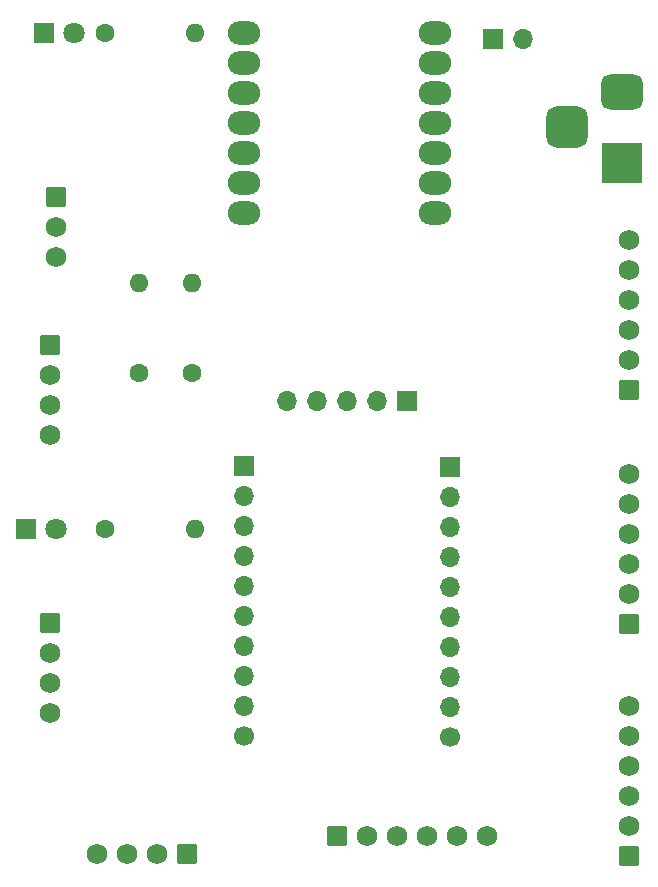
<source format=gbr>
%TF.GenerationSoftware,KiCad,Pcbnew,8.0.4-8.0.4-0~ubuntu22.04.1*%
%TF.CreationDate,2024-08-05T19:19:50+05:30*%
%TF.ProjectId,BSF-Control-V1.0,4253462d-436f-46e7-9472-6f6c2d56312e,rev?*%
%TF.SameCoordinates,Original*%
%TF.FileFunction,Soldermask,Top*%
%TF.FilePolarity,Negative*%
%FSLAX46Y46*%
G04 Gerber Fmt 4.6, Leading zero omitted, Abs format (unit mm)*
G04 Created by KiCad (PCBNEW 8.0.4-8.0.4-0~ubuntu22.04.1) date 2024-08-05 19:19:50*
%MOMM*%
%LPD*%
G01*
G04 APERTURE LIST*
G04 Aperture macros list*
%AMRoundRect*
0 Rectangle with rounded corners*
0 $1 Rounding radius*
0 $2 $3 $4 $5 $6 $7 $8 $9 X,Y pos of 4 corners*
0 Add a 4 corners polygon primitive as box body*
4,1,4,$2,$3,$4,$5,$6,$7,$8,$9,$2,$3,0*
0 Add four circle primitives for the rounded corners*
1,1,$1+$1,$2,$3*
1,1,$1+$1,$4,$5*
1,1,$1+$1,$6,$7*
1,1,$1+$1,$8,$9*
0 Add four rect primitives between the rounded corners*
20,1,$1+$1,$2,$3,$4,$5,0*
20,1,$1+$1,$4,$5,$6,$7,0*
20,1,$1+$1,$6,$7,$8,$9,0*
20,1,$1+$1,$8,$9,$2,$3,0*%
G04 Aperture macros list end*
%ADD10RoundRect,0.250000X-0.620000X0.620000X-0.620000X-0.620000X0.620000X-0.620000X0.620000X0.620000X0*%
%ADD11C,1.740000*%
%ADD12RoundRect,1.000000X-0.375000X-0.000010X0.375000X-0.000010X0.375000X0.000010X-0.375000X0.000010X0*%
%ADD13R,1.700000X1.700000*%
%ADD14O,1.700000X1.700000*%
%ADD15C,1.700000*%
%ADD16RoundRect,0.250000X0.620000X-0.620000X0.620000X0.620000X-0.620000X0.620000X-0.620000X-0.620000X0*%
%ADD17R,1.800000X1.800000*%
%ADD18C,1.800000*%
%ADD19RoundRect,0.250000X0.620000X0.620000X-0.620000X0.620000X-0.620000X-0.620000X0.620000X-0.620000X0*%
%ADD20C,1.600000*%
%ADD21O,1.600000X1.600000*%
%ADD22RoundRect,0.250000X-0.620000X-0.620000X0.620000X-0.620000X0.620000X0.620000X-0.620000X0.620000X0*%
%ADD23R,3.500000X3.500000*%
%ADD24RoundRect,0.750000X-1.000000X0.750000X-1.000000X-0.750000X1.000000X-0.750000X1.000000X0.750000X0*%
%ADD25RoundRect,0.875000X-0.875000X0.875000X-0.875000X-0.875000X0.875000X-0.875000X0.875000X0.875000X0*%
G04 APERTURE END LIST*
D10*
%TO.C,J2*%
X125500000Y-73000000D03*
D11*
X125500000Y-75540000D03*
X125500000Y-78080000D03*
X125500000Y-80620000D03*
%TD*%
D12*
%TO.C,U1*%
X141917500Y-22999250D03*
X141917500Y-25539250D03*
X141917500Y-28079250D03*
X141917500Y-30619250D03*
X141917500Y-33159250D03*
X141917500Y-35699250D03*
X141917500Y-38239250D03*
X158082500Y-38239250D03*
X158082500Y-35699250D03*
X158082500Y-33159250D03*
X158082500Y-30619250D03*
X158082500Y-28079250D03*
X158082500Y-25539250D03*
X158082500Y-22999250D03*
%TD*%
D13*
%TO.C,U2*%
X141907500Y-59700000D03*
D14*
X141907500Y-62240000D03*
X141907500Y-64780000D03*
X141907500Y-67320000D03*
X141907500Y-69860000D03*
X141907500Y-72400000D03*
X141907500Y-74940000D03*
X141907500Y-77480000D03*
X141907500Y-80020000D03*
D15*
X141907500Y-82560000D03*
X159347500Y-82580000D03*
D14*
X159347500Y-80040000D03*
X159347500Y-77500000D03*
X159347500Y-74960000D03*
X159347500Y-72420000D03*
X159347500Y-69880000D03*
X159347500Y-67340000D03*
X159347500Y-64800000D03*
X159347500Y-62260000D03*
D13*
X159347500Y-59720000D03*
X155737500Y-54200000D03*
D14*
X153197500Y-54200000D03*
X150657500Y-54200000D03*
X148117500Y-54200000D03*
X145577500Y-54200000D03*
%TD*%
D16*
%TO.C,J5*%
X174500000Y-92660000D03*
D11*
X174500000Y-90120000D03*
X174500000Y-87580000D03*
X174500000Y-85040000D03*
X174500000Y-82500000D03*
X174500000Y-79960000D03*
%TD*%
D17*
%TO.C,D2*%
X123500000Y-65000000D03*
D18*
X126040000Y-65000000D03*
%TD*%
D16*
%TO.C,J4*%
X174500000Y-53200000D03*
D11*
X174500000Y-50660000D03*
X174500000Y-48120000D03*
X174500000Y-45580000D03*
X174500000Y-43040000D03*
X174500000Y-40500000D03*
%TD*%
D19*
%TO.C,J1*%
X137080000Y-92500000D03*
D11*
X134540000Y-92500000D03*
X132000000Y-92500000D03*
X129460000Y-92500000D03*
%TD*%
D13*
%TO.C,J10*%
X163000000Y-23500000D03*
D14*
X165540000Y-23500000D03*
%TD*%
D10*
%TO.C,J3*%
X125500000Y-49460000D03*
D11*
X125500000Y-52000000D03*
X125500000Y-54540000D03*
X125500000Y-57080000D03*
%TD*%
D20*
%TO.C,R1*%
X133000000Y-51810000D03*
D21*
X133000000Y-44190000D03*
%TD*%
D16*
%TO.C,J6*%
X174500000Y-73040000D03*
D11*
X174500000Y-70500000D03*
X174500000Y-67960000D03*
X174500000Y-65420000D03*
X174500000Y-62880000D03*
X174500000Y-60340000D03*
%TD*%
D20*
%TO.C,R4*%
X130190000Y-65000000D03*
D21*
X137810000Y-65000000D03*
%TD*%
D10*
%TO.C,J9*%
X126000000Y-36920000D03*
D11*
X126000000Y-39460000D03*
X126000000Y-42000000D03*
%TD*%
D20*
%TO.C,R2*%
X137500000Y-51810000D03*
D21*
X137500000Y-44190000D03*
%TD*%
D17*
%TO.C,D1*%
X124960000Y-23000000D03*
D18*
X127500000Y-23000000D03*
%TD*%
D20*
%TO.C,R3*%
X130190000Y-23000000D03*
D21*
X137810000Y-23000000D03*
%TD*%
D22*
%TO.C,J7*%
X149800000Y-91000000D03*
D11*
X152340000Y-91000000D03*
X154880000Y-91000000D03*
X157420000Y-91000000D03*
X159960000Y-91000000D03*
X162500000Y-91000000D03*
%TD*%
D23*
%TO.C,J8*%
X173957500Y-34000000D03*
D24*
X173957500Y-28000000D03*
D25*
X169257500Y-31000000D03*
%TD*%
M02*

</source>
